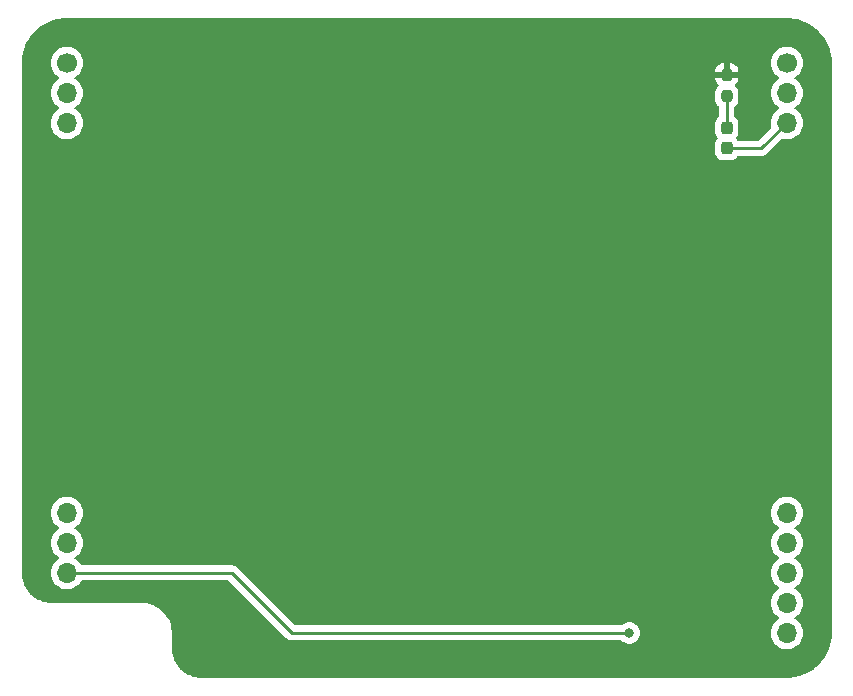
<source format=gbr>
%TF.GenerationSoftware,KiCad,Pcbnew,(7.0.0)*%
%TF.CreationDate,2025-01-20T14:18:13+11:00*%
%TF.ProjectId,shield-v3,73686965-6c64-42d7-9633-2e6b69636164,rev?*%
%TF.SameCoordinates,Original*%
%TF.FileFunction,Copper,L2,Bot*%
%TF.FilePolarity,Positive*%
%FSLAX46Y46*%
G04 Gerber Fmt 4.6, Leading zero omitted, Abs format (unit mm)*
G04 Created by KiCad (PCBNEW (7.0.0)) date 2025-01-20 14:18:13*
%MOMM*%
%LPD*%
G01*
G04 APERTURE LIST*
G04 Aperture macros list*
%AMRoundRect*
0 Rectangle with rounded corners*
0 $1 Rounding radius*
0 $2 $3 $4 $5 $6 $7 $8 $9 X,Y pos of 4 corners*
0 Add a 4 corners polygon primitive as box body*
4,1,4,$2,$3,$4,$5,$6,$7,$8,$9,$2,$3,0*
0 Add four circle primitives for the rounded corners*
1,1,$1+$1,$2,$3*
1,1,$1+$1,$4,$5*
1,1,$1+$1,$6,$7*
1,1,$1+$1,$8,$9*
0 Add four rect primitives between the rounded corners*
20,1,$1+$1,$2,$3,$4,$5,0*
20,1,$1+$1,$4,$5,$6,$7,0*
20,1,$1+$1,$6,$7,$8,$9,0*
20,1,$1+$1,$8,$9,$2,$3,0*%
G04 Aperture macros list end*
%TA.AperFunction,SMDPad,CuDef*%
%ADD10RoundRect,0.237500X-0.237500X0.250000X-0.237500X-0.250000X0.237500X-0.250000X0.237500X0.250000X0*%
%TD*%
%TA.AperFunction,SMDPad,CuDef*%
%ADD11RoundRect,0.237500X-0.237500X0.287500X-0.237500X-0.287500X0.237500X-0.287500X0.237500X0.287500X0*%
%TD*%
%TA.AperFunction,ComponentPad*%
%ADD12C,1.700000*%
%TD*%
%TA.AperFunction,ComponentPad*%
%ADD13O,1.700000X1.700000*%
%TD*%
%TA.AperFunction,ViaPad*%
%ADD14C,0.800000*%
%TD*%
%TA.AperFunction,Conductor*%
%ADD15C,0.250000*%
%TD*%
G04 APERTURE END LIST*
D10*
%TO.P,R18,1*%
%TO.N,GND*%
X106680000Y-65762500D03*
%TO.P,R18,2*%
%TO.N,Net-(D1-K)*%
X106680000Y-67587500D03*
%TD*%
D11*
%TO.P,D1,1,K*%
%TO.N,Net-(D1-K)*%
X106680000Y-70245000D03*
%TO.P,D1,2,A*%
%TO.N,GP2_EN*%
X106680000Y-71995000D03*
%TD*%
D12*
%TO.P,J2,1,Pin_1*%
%TO.N,GND_BASE*%
X111760000Y-64770000D03*
D13*
%TO.P,J2,2,Pin_2*%
%TO.N,N/C*%
X111759999Y-67309999D03*
%TO.P,J2,3,Pin_3*%
%TO.N,GP2_EN*%
X111759999Y-69849999D03*
%TO.P,J2,16,Pin_16*%
%TO.N,GP15*%
X111759999Y-102869999D03*
%TO.P,J2,17,Pin_17*%
%TO.N,unconnected-(J2-Pin_17-Pad17)*%
X111759999Y-105409999D03*
%TO.P,J2,18,Pin_18*%
%TO.N,unconnected-(J2-Pin_18-Pad18)*%
X111759999Y-107949999D03*
%TO.P,J2,19,Pin_19*%
%TO.N,unconnected-(J2-Pin_19-Pad19)*%
X111759999Y-110489999D03*
%TO.P,J2,20,Pin_20*%
%TO.N,unconnected-(J2-Pin_20-Pad20)*%
X111759999Y-113029999D03*
%TD*%
D12*
%TO.P,J3,1,Pin_1*%
%TO.N,unconnected-(J3-Pin_1-Pad1)*%
X50800000Y-64770000D03*
D13*
%TO.P,J3,2,Pin_2*%
%TO.N,unconnected-(J3-Pin_2-Pad2)*%
X50799999Y-67309999D03*
%TO.P,J3,3,Pin_3*%
%TO.N,unconnected-(J3-Pin_3-Pad3)*%
X50799999Y-69849999D03*
%TO.P,J3,16,Pin_16*%
%TO.N,unconnected-(J3-Pin_16-Pad16)*%
X50799999Y-102869999D03*
%TO.P,J3,17,Pin_17*%
%TO.N,unconnected-(J3-Pin_17-Pad17)*%
X50799999Y-105409999D03*
%TO.P,J3,18,Pin_18*%
%TO.N,L2*%
X50799999Y-107949999D03*
%TD*%
D14*
%TO.N,L2*%
X98425000Y-113030000D03*
%TD*%
D15*
%TO.N,L2*%
X69850000Y-113030000D02*
X98425000Y-113030000D01*
X67310000Y-110490000D02*
X69850000Y-113030000D01*
X64770000Y-107950000D02*
X67310000Y-110490000D01*
X50800000Y-107950000D02*
X64770000Y-107950000D01*
%TO.N,Net-(D1-K)*%
X106680000Y-70245000D02*
X106680000Y-67587500D01*
%TO.N,GP2_EN*%
X109615000Y-71995000D02*
X106680000Y-71995000D01*
X111760000Y-69850000D02*
X109615000Y-71995000D01*
%TD*%
%TA.AperFunction,Conductor*%
%TO.N,GND*%
G36*
X111763032Y-60960649D02*
G01*
X111765828Y-60960786D01*
X111912663Y-60967999D01*
X112135097Y-60979658D01*
X112146757Y-60980825D01*
X112322923Y-61006957D01*
X112323840Y-61007098D01*
X112517424Y-61037758D01*
X112528111Y-61039938D01*
X112705944Y-61084483D01*
X112707696Y-61084938D01*
X112891842Y-61134279D01*
X112901513Y-61137301D01*
X113076097Y-61199768D01*
X113078743Y-61200748D01*
X113254560Y-61268238D01*
X113263091Y-61271886D01*
X113431811Y-61351685D01*
X113434954Y-61353228D01*
X113601803Y-61438242D01*
X113609239Y-61442359D01*
X113769823Y-61538610D01*
X113773530Y-61540923D01*
X113930016Y-61642546D01*
X113936337Y-61646937D01*
X114086991Y-61758669D01*
X114091161Y-61761901D01*
X114235861Y-61879077D01*
X114241098Y-61883565D01*
X114380185Y-62009626D01*
X114384593Y-62013823D01*
X114516175Y-62145405D01*
X114520372Y-62149813D01*
X114646433Y-62288900D01*
X114650921Y-62294137D01*
X114768097Y-62438837D01*
X114771329Y-62443007D01*
X114883061Y-62593661D01*
X114887458Y-62599991D01*
X114989057Y-62756439D01*
X114991406Y-62760204D01*
X115087634Y-62920751D01*
X115091761Y-62928205D01*
X115176750Y-63095005D01*
X115178341Y-63098245D01*
X115258097Y-63266873D01*
X115261766Y-63275453D01*
X115329243Y-63451238D01*
X115330230Y-63453901D01*
X115392697Y-63628485D01*
X115395721Y-63638165D01*
X115445033Y-63822198D01*
X115445542Y-63824162D01*
X115490055Y-64001866D01*
X115492244Y-64012598D01*
X115522874Y-64205991D01*
X115523059Y-64207194D01*
X115549170Y-64383220D01*
X115550342Y-64394925D01*
X115561992Y-64617222D01*
X115561889Y-64617227D01*
X115562014Y-64617627D01*
X115569351Y-64766967D01*
X115569500Y-64773052D01*
X115569500Y-113026948D01*
X115569351Y-113033033D01*
X115562017Y-113182303D01*
X115561996Y-113182708D01*
X115550342Y-113405073D01*
X115549170Y-113416778D01*
X115523059Y-113592804D01*
X115522874Y-113594007D01*
X115492244Y-113787400D01*
X115490055Y-113798132D01*
X115445542Y-113975836D01*
X115445033Y-113977800D01*
X115395721Y-114161833D01*
X115392697Y-114171513D01*
X115330230Y-114346097D01*
X115329243Y-114348760D01*
X115261766Y-114524545D01*
X115258097Y-114533125D01*
X115178360Y-114701715D01*
X115176750Y-114704993D01*
X115091761Y-114871793D01*
X115087634Y-114879247D01*
X114991406Y-115039794D01*
X114989043Y-115043581D01*
X114887458Y-115200007D01*
X114883061Y-115206337D01*
X114771329Y-115356991D01*
X114768097Y-115361161D01*
X114650921Y-115505861D01*
X114646433Y-115511098D01*
X114520372Y-115650185D01*
X114516175Y-115654593D01*
X114384593Y-115786175D01*
X114380185Y-115790372D01*
X114241098Y-115916433D01*
X114235861Y-115920921D01*
X114091161Y-116038097D01*
X114086991Y-116041329D01*
X113936337Y-116153061D01*
X113930007Y-116157458D01*
X113773581Y-116259043D01*
X113769794Y-116261406D01*
X113609247Y-116357634D01*
X113601793Y-116361761D01*
X113434993Y-116446750D01*
X113431715Y-116448360D01*
X113263125Y-116528097D01*
X113254545Y-116531766D01*
X113078760Y-116599243D01*
X113076097Y-116600230D01*
X112901513Y-116662697D01*
X112891833Y-116665721D01*
X112707800Y-116715033D01*
X112705836Y-116715542D01*
X112528132Y-116760055D01*
X112517400Y-116762244D01*
X112324007Y-116792874D01*
X112322804Y-116793059D01*
X112146778Y-116819170D01*
X112135073Y-116820342D01*
X111912708Y-116831996D01*
X111912303Y-116832017D01*
X111763033Y-116839351D01*
X111756948Y-116839500D01*
X62233481Y-116839500D01*
X62226528Y-116839305D01*
X62222045Y-116839053D01*
X62114774Y-116833028D01*
X62114242Y-116832997D01*
X61945670Y-116822801D01*
X61932385Y-116821275D01*
X61800446Y-116798857D01*
X61798865Y-116798578D01*
X61653807Y-116771995D01*
X61641831Y-116769180D01*
X61509246Y-116730983D01*
X61506684Y-116730214D01*
X61369866Y-116687580D01*
X61359303Y-116683756D01*
X61230291Y-116630317D01*
X61226873Y-116628841D01*
X61097713Y-116570710D01*
X61088626Y-116566164D01*
X60965667Y-116498207D01*
X60961498Y-116495796D01*
X60841010Y-116422958D01*
X60833406Y-116417971D01*
X60718473Y-116336423D01*
X60713754Y-116332904D01*
X60603246Y-116246326D01*
X60597092Y-116241175D01*
X60491865Y-116147139D01*
X60486811Y-116142360D01*
X60387638Y-116043187D01*
X60382859Y-116038133D01*
X60288823Y-115932906D01*
X60283672Y-115926752D01*
X60232458Y-115861382D01*
X60197078Y-115816223D01*
X60193575Y-115811525D01*
X60112027Y-115696592D01*
X60107040Y-115688988D01*
X60034202Y-115568500D01*
X60031791Y-115564331D01*
X60013272Y-115530824D01*
X59963832Y-115441369D01*
X59959298Y-115432306D01*
X59901130Y-115303063D01*
X59899693Y-115299736D01*
X59846237Y-115170682D01*
X59842423Y-115160146D01*
X59799773Y-115023279D01*
X59799015Y-115020752D01*
X59790545Y-114991351D01*
X59760814Y-114888153D01*
X59758007Y-114876210D01*
X59731397Y-114731007D01*
X59731160Y-114729665D01*
X59708720Y-114597591D01*
X59707199Y-114584353D01*
X59696983Y-114415453D01*
X59690694Y-114303471D01*
X59690500Y-114296521D01*
X59690500Y-112890814D01*
X59690500Y-112887329D01*
X59658552Y-112603780D01*
X59595057Y-112325591D01*
X59500814Y-112056261D01*
X59377009Y-111799176D01*
X59225197Y-111557569D01*
X59047289Y-111334479D01*
X58845521Y-111132711D01*
X58622431Y-110954803D01*
X58619487Y-110952953D01*
X58383769Y-110804841D01*
X58383762Y-110804837D01*
X58380824Y-110802991D01*
X58377689Y-110801481D01*
X58377685Y-110801479D01*
X58126879Y-110680698D01*
X58126876Y-110680697D01*
X58123739Y-110679186D01*
X58120454Y-110678036D01*
X58120448Y-110678034D01*
X57857706Y-110586096D01*
X57857695Y-110586092D01*
X57854409Y-110584943D01*
X57851015Y-110584168D01*
X57851007Y-110584166D01*
X57579619Y-110522223D01*
X57579605Y-110522220D01*
X57576220Y-110521448D01*
X57572753Y-110521057D01*
X57572751Y-110521057D01*
X57296137Y-110489890D01*
X57296127Y-110489889D01*
X57292671Y-110489500D01*
X57289186Y-110489500D01*
X49533481Y-110489500D01*
X49526528Y-110489305D01*
X49522045Y-110489053D01*
X49414774Y-110483028D01*
X49414242Y-110482997D01*
X49245670Y-110472801D01*
X49232385Y-110471275D01*
X49100446Y-110448857D01*
X49098865Y-110448578D01*
X48953807Y-110421995D01*
X48941831Y-110419180D01*
X48809246Y-110380983D01*
X48806684Y-110380214D01*
X48669866Y-110337580D01*
X48659303Y-110333756D01*
X48530291Y-110280317D01*
X48526873Y-110278841D01*
X48397713Y-110220710D01*
X48388626Y-110216164D01*
X48265667Y-110148207D01*
X48261498Y-110145796D01*
X48141010Y-110072958D01*
X48133406Y-110067971D01*
X48018473Y-109986423D01*
X48013754Y-109982904D01*
X47903246Y-109896326D01*
X47897092Y-109891175D01*
X47791865Y-109797139D01*
X47786811Y-109792360D01*
X47687638Y-109693187D01*
X47682859Y-109688133D01*
X47588823Y-109582906D01*
X47583672Y-109576752D01*
X47516383Y-109490864D01*
X47497078Y-109466223D01*
X47493575Y-109461525D01*
X47412027Y-109346592D01*
X47407040Y-109338988D01*
X47335109Y-109220000D01*
X47334198Y-109218494D01*
X47331791Y-109214331D01*
X47313272Y-109180824D01*
X47263832Y-109091369D01*
X47259298Y-109082306D01*
X47201130Y-108953063D01*
X47199693Y-108949736D01*
X47146237Y-108820682D01*
X47142423Y-108810146D01*
X47099773Y-108673279D01*
X47099015Y-108670752D01*
X47094307Y-108654409D01*
X47060814Y-108538153D01*
X47058007Y-108526210D01*
X47031397Y-108381007D01*
X47031160Y-108379665D01*
X47008720Y-108247591D01*
X47007199Y-108234353D01*
X46996983Y-108065453D01*
X46990694Y-107953471D01*
X46990597Y-107950000D01*
X49436844Y-107950000D01*
X49437268Y-107955117D01*
X49455011Y-108169248D01*
X49455012Y-108169256D01*
X49455436Y-108174368D01*
X49456693Y-108179335D01*
X49456695Y-108179342D01*
X49470621Y-108234334D01*
X49510704Y-108392616D01*
X49512764Y-108397312D01*
X49599080Y-108594096D01*
X49599083Y-108594101D01*
X49601140Y-108598791D01*
X49649805Y-108673279D01*
X49721474Y-108782977D01*
X49721477Y-108782981D01*
X49724278Y-108787268D01*
X49727752Y-108791041D01*
X49727753Y-108791043D01*
X49873288Y-108949135D01*
X49873291Y-108949138D01*
X49876760Y-108952906D01*
X49880801Y-108956051D01*
X50050376Y-109088039D01*
X50050381Y-109088042D01*
X50054424Y-109091189D01*
X50058931Y-109093628D01*
X50058934Y-109093630D01*
X50220055Y-109180824D01*
X50252426Y-109198342D01*
X50465365Y-109271444D01*
X50687431Y-109308500D01*
X50907436Y-109308500D01*
X50912569Y-109308500D01*
X51134635Y-109271444D01*
X51347574Y-109198342D01*
X51545576Y-109091189D01*
X51723240Y-108952906D01*
X51875722Y-108787268D01*
X51972145Y-108639679D01*
X52016938Y-108598445D01*
X52075956Y-108583500D01*
X64456234Y-108583500D01*
X64503687Y-108592939D01*
X64543915Y-108619819D01*
X69346294Y-113422198D01*
X69353896Y-113430551D01*
X69358000Y-113437018D01*
X69363690Y-113442361D01*
X69407667Y-113483658D01*
X69410464Y-113486368D01*
X69430230Y-113506134D01*
X69433484Y-113508658D01*
X69442367Y-113516244D01*
X69474679Y-113546586D01*
X69481517Y-113550345D01*
X69492568Y-113556421D01*
X69508830Y-113567103D01*
X69518788Y-113574827D01*
X69518792Y-113574829D01*
X69524959Y-113579613D01*
X69532119Y-113582711D01*
X69532122Y-113582713D01*
X69565614Y-113597206D01*
X69576107Y-113602346D01*
X69614940Y-113623695D01*
X69634718Y-113628773D01*
X69653120Y-113635074D01*
X69664691Y-113640081D01*
X69671855Y-113643181D01*
X69715614Y-113650111D01*
X69727041Y-113652477D01*
X69769970Y-113663500D01*
X69790391Y-113663500D01*
X69809788Y-113665027D01*
X69812454Y-113665449D01*
X69829943Y-113668219D01*
X69874049Y-113664049D01*
X69885718Y-113663500D01*
X97717691Y-113663500D01*
X97768126Y-113674220D01*
X97804021Y-113700299D01*
X97804571Y-113699690D01*
X97809400Y-113704038D01*
X97813747Y-113708866D01*
X97818997Y-113712680D01*
X97819000Y-113712683D01*
X97921839Y-113787400D01*
X97968248Y-113821118D01*
X98142712Y-113898794D01*
X98149070Y-113900145D01*
X98149072Y-113900146D01*
X98185874Y-113907968D01*
X98329513Y-113938500D01*
X98513984Y-113938500D01*
X98520487Y-113938500D01*
X98707288Y-113898794D01*
X98881752Y-113821118D01*
X99036253Y-113708866D01*
X99164040Y-113566944D01*
X99259527Y-113401556D01*
X99318542Y-113219928D01*
X99338504Y-113030000D01*
X110396844Y-113030000D01*
X110397268Y-113035117D01*
X110415011Y-113249248D01*
X110415012Y-113249256D01*
X110415436Y-113254368D01*
X110416693Y-113259335D01*
X110416695Y-113259342D01*
X110461689Y-113437018D01*
X110470704Y-113472616D01*
X110476136Y-113484999D01*
X110559080Y-113674096D01*
X110559083Y-113674101D01*
X110561140Y-113678791D01*
X110574794Y-113699690D01*
X110681474Y-113862977D01*
X110681477Y-113862981D01*
X110684278Y-113867268D01*
X110687752Y-113871041D01*
X110687753Y-113871043D01*
X110833288Y-114029135D01*
X110833291Y-114029138D01*
X110836760Y-114032906D01*
X110840801Y-114036051D01*
X111010376Y-114168039D01*
X111010381Y-114168042D01*
X111014424Y-114171189D01*
X111018931Y-114173628D01*
X111018934Y-114173630D01*
X111207919Y-114275903D01*
X111212426Y-114278342D01*
X111425365Y-114351444D01*
X111647431Y-114388500D01*
X111867436Y-114388500D01*
X111872569Y-114388500D01*
X112094635Y-114351444D01*
X112307574Y-114278342D01*
X112505576Y-114171189D01*
X112683240Y-114032906D01*
X112835722Y-113867268D01*
X112958860Y-113678791D01*
X113049296Y-113472616D01*
X113104564Y-113254368D01*
X113123156Y-113030000D01*
X113104564Y-112805632D01*
X113049296Y-112587384D01*
X112958860Y-112381209D01*
X112835722Y-112192732D01*
X112806700Y-112161206D01*
X112686711Y-112030864D01*
X112686708Y-112030861D01*
X112683240Y-112027094D01*
X112670597Y-112017253D01*
X112509623Y-111891960D01*
X112509615Y-111891955D01*
X112505576Y-111888811D01*
X112501066Y-111886370D01*
X112501061Y-111886367D01*
X112469070Y-111869055D01*
X112421564Y-111823474D01*
X112404086Y-111760000D01*
X112421564Y-111696526D01*
X112469070Y-111650945D01*
X112469109Y-111650923D01*
X112505576Y-111631189D01*
X112683240Y-111492906D01*
X112835722Y-111327268D01*
X112958860Y-111138791D01*
X113049296Y-110932616D01*
X113104564Y-110714368D01*
X113123156Y-110490000D01*
X113104564Y-110265632D01*
X113049296Y-110047384D01*
X112958860Y-109841209D01*
X112835722Y-109652732D01*
X112683240Y-109487094D01*
X112600162Y-109422431D01*
X112509623Y-109351960D01*
X112509615Y-109351955D01*
X112505576Y-109348811D01*
X112501066Y-109346370D01*
X112501061Y-109346367D01*
X112469070Y-109329055D01*
X112421564Y-109283474D01*
X112404086Y-109220000D01*
X112421564Y-109156526D01*
X112469070Y-109110945D01*
X112469109Y-109110923D01*
X112505576Y-109091189D01*
X112683240Y-108952906D01*
X112835722Y-108787268D01*
X112958860Y-108598791D01*
X113049296Y-108392616D01*
X113104564Y-108174368D01*
X113123156Y-107950000D01*
X113104564Y-107725632D01*
X113049296Y-107507384D01*
X112958860Y-107301209D01*
X112835722Y-107112732D01*
X112683240Y-106947094D01*
X112670597Y-106937253D01*
X112509623Y-106811960D01*
X112509615Y-106811955D01*
X112505576Y-106808811D01*
X112501069Y-106806372D01*
X112501060Y-106806366D01*
X112469068Y-106789053D01*
X112421562Y-106743471D01*
X112404086Y-106679996D01*
X112421565Y-106616522D01*
X112469067Y-106570946D01*
X112505576Y-106551189D01*
X112683240Y-106412906D01*
X112835722Y-106247268D01*
X112958860Y-106058791D01*
X113049296Y-105852616D01*
X113104564Y-105634368D01*
X113123156Y-105410000D01*
X113104564Y-105185632D01*
X113049296Y-104967384D01*
X112958860Y-104761209D01*
X112835722Y-104572732D01*
X112683240Y-104407094D01*
X112670597Y-104397253D01*
X112509623Y-104271960D01*
X112509615Y-104271955D01*
X112505576Y-104268811D01*
X112501064Y-104266369D01*
X112501061Y-104266367D01*
X112469070Y-104249055D01*
X112421564Y-104203474D01*
X112404086Y-104140000D01*
X112421564Y-104076526D01*
X112469070Y-104030945D01*
X112469109Y-104030923D01*
X112505576Y-104011189D01*
X112683240Y-103872906D01*
X112835722Y-103707268D01*
X112958860Y-103518791D01*
X113049296Y-103312616D01*
X113104564Y-103094368D01*
X113123156Y-102870000D01*
X113104564Y-102645632D01*
X113049296Y-102427384D01*
X112958860Y-102221209D01*
X112835722Y-102032732D01*
X112683240Y-101867094D01*
X112670597Y-101857253D01*
X112509623Y-101731960D01*
X112509615Y-101731955D01*
X112505576Y-101728811D01*
X112501071Y-101726373D01*
X112501065Y-101726369D01*
X112312080Y-101624096D01*
X112312074Y-101624093D01*
X112307574Y-101621658D01*
X112302733Y-101619996D01*
X112302726Y-101619993D01*
X112099488Y-101550222D01*
X112099487Y-101550221D01*
X112094635Y-101548556D01*
X112089585Y-101547713D01*
X112089576Y-101547711D01*
X111877631Y-101512344D01*
X111877622Y-101512343D01*
X111872569Y-101511500D01*
X111647431Y-101511500D01*
X111642378Y-101512343D01*
X111642368Y-101512344D01*
X111430423Y-101547711D01*
X111430411Y-101547713D01*
X111425365Y-101548556D01*
X111420515Y-101550220D01*
X111420511Y-101550222D01*
X111217273Y-101619993D01*
X111217262Y-101619997D01*
X111212426Y-101621658D01*
X111207929Y-101624091D01*
X111207919Y-101624096D01*
X111018934Y-101726369D01*
X111018922Y-101726376D01*
X111014424Y-101728811D01*
X111010389Y-101731951D01*
X111010376Y-101731960D01*
X110840801Y-101863948D01*
X110840795Y-101863952D01*
X110836760Y-101867094D01*
X110833297Y-101870855D01*
X110833288Y-101870864D01*
X110687753Y-102028956D01*
X110687747Y-102028963D01*
X110684278Y-102032732D01*
X110681481Y-102037012D01*
X110681474Y-102037022D01*
X110563942Y-102216920D01*
X110561140Y-102221209D01*
X110559085Y-102225892D01*
X110559080Y-102225903D01*
X110472764Y-102422687D01*
X110470704Y-102427384D01*
X110469446Y-102432349D01*
X110469445Y-102432354D01*
X110416695Y-102640657D01*
X110416693Y-102640666D01*
X110415436Y-102645632D01*
X110415012Y-102650741D01*
X110415011Y-102650751D01*
X110397268Y-102864883D01*
X110396844Y-102870000D01*
X110397268Y-102875117D01*
X110415011Y-103089248D01*
X110415012Y-103089256D01*
X110415436Y-103094368D01*
X110416693Y-103099335D01*
X110416695Y-103099342D01*
X110469445Y-103307645D01*
X110470704Y-103312616D01*
X110472764Y-103317312D01*
X110559080Y-103514096D01*
X110559083Y-103514101D01*
X110561140Y-103518791D01*
X110620505Y-103609656D01*
X110681474Y-103702977D01*
X110681477Y-103702981D01*
X110684278Y-103707268D01*
X110687752Y-103711041D01*
X110687753Y-103711043D01*
X110833288Y-103869135D01*
X110833291Y-103869138D01*
X110836760Y-103872906D01*
X110840801Y-103876051D01*
X111010376Y-104008039D01*
X111010381Y-104008042D01*
X111014424Y-104011189D01*
X111018931Y-104013628D01*
X111018934Y-104013630D01*
X111050930Y-104030945D01*
X111098436Y-104076526D01*
X111115913Y-104140000D01*
X111098436Y-104203474D01*
X111050930Y-104249055D01*
X111018934Y-104266369D01*
X111018922Y-104266376D01*
X111014424Y-104268811D01*
X111010389Y-104271951D01*
X111010376Y-104271960D01*
X110840801Y-104403948D01*
X110840795Y-104403952D01*
X110836760Y-104407094D01*
X110833297Y-104410855D01*
X110833288Y-104410864D01*
X110687753Y-104568956D01*
X110687747Y-104568963D01*
X110684278Y-104572732D01*
X110681481Y-104577012D01*
X110681474Y-104577022D01*
X110563942Y-104756920D01*
X110561140Y-104761209D01*
X110559085Y-104765892D01*
X110559080Y-104765903D01*
X110472764Y-104962687D01*
X110470704Y-104967384D01*
X110469446Y-104972349D01*
X110469445Y-104972354D01*
X110416695Y-105180657D01*
X110416693Y-105180666D01*
X110415436Y-105185632D01*
X110415012Y-105190741D01*
X110415011Y-105190751D01*
X110397268Y-105404883D01*
X110396844Y-105410000D01*
X110397268Y-105415117D01*
X110415011Y-105629248D01*
X110415012Y-105629256D01*
X110415436Y-105634368D01*
X110416693Y-105639335D01*
X110416695Y-105639342D01*
X110469445Y-105847645D01*
X110470704Y-105852616D01*
X110472764Y-105857312D01*
X110559080Y-106054096D01*
X110559083Y-106054101D01*
X110561140Y-106058791D01*
X110620505Y-106149656D01*
X110681474Y-106242977D01*
X110681477Y-106242981D01*
X110684278Y-106247268D01*
X110687752Y-106251041D01*
X110687753Y-106251043D01*
X110833288Y-106409135D01*
X110833291Y-106409138D01*
X110836760Y-106412906D01*
X110840801Y-106416051D01*
X111010376Y-106548039D01*
X111010381Y-106548042D01*
X111014424Y-106551189D01*
X111050930Y-106570945D01*
X111098434Y-106616523D01*
X111115913Y-106679996D01*
X111098437Y-106743471D01*
X111050933Y-106789053D01*
X111018930Y-106806372D01*
X111018925Y-106806374D01*
X111014424Y-106808811D01*
X111010389Y-106811951D01*
X111010376Y-106811960D01*
X110840801Y-106943948D01*
X110840795Y-106943952D01*
X110836760Y-106947094D01*
X110833297Y-106950855D01*
X110833288Y-106950864D01*
X110687753Y-107108956D01*
X110687747Y-107108963D01*
X110684278Y-107112732D01*
X110681481Y-107117012D01*
X110681474Y-107117022D01*
X110587853Y-107260321D01*
X110561140Y-107301209D01*
X110559085Y-107305892D01*
X110559080Y-107305903D01*
X110484197Y-107476622D01*
X110470704Y-107507384D01*
X110469446Y-107512349D01*
X110469445Y-107512354D01*
X110416695Y-107720657D01*
X110416693Y-107720666D01*
X110415436Y-107725632D01*
X110415012Y-107730741D01*
X110415011Y-107730751D01*
X110397268Y-107944883D01*
X110396844Y-107950000D01*
X110397268Y-107955117D01*
X110415011Y-108169248D01*
X110415012Y-108169256D01*
X110415436Y-108174368D01*
X110416693Y-108179335D01*
X110416695Y-108179342D01*
X110430621Y-108234334D01*
X110470704Y-108392616D01*
X110472764Y-108397312D01*
X110559080Y-108594096D01*
X110559083Y-108594101D01*
X110561140Y-108598791D01*
X110609805Y-108673279D01*
X110681474Y-108782977D01*
X110681477Y-108782981D01*
X110684278Y-108787268D01*
X110687752Y-108791041D01*
X110687753Y-108791043D01*
X110833288Y-108949135D01*
X110833291Y-108949138D01*
X110836760Y-108952906D01*
X110840801Y-108956051D01*
X111010376Y-109088039D01*
X111010381Y-109088042D01*
X111014424Y-109091189D01*
X111050930Y-109110945D01*
X111098434Y-109156523D01*
X111115913Y-109219996D01*
X111098437Y-109283471D01*
X111050933Y-109329053D01*
X111018930Y-109346372D01*
X111018925Y-109346374D01*
X111014424Y-109348811D01*
X111010389Y-109351951D01*
X111010376Y-109351960D01*
X110840801Y-109483948D01*
X110840795Y-109483952D01*
X110836760Y-109487094D01*
X110833297Y-109490855D01*
X110833288Y-109490864D01*
X110687753Y-109648956D01*
X110687747Y-109648963D01*
X110684278Y-109652732D01*
X110681481Y-109657012D01*
X110681474Y-109657022D01*
X110589932Y-109797139D01*
X110561140Y-109841209D01*
X110559085Y-109845892D01*
X110559080Y-109845903D01*
X110480436Y-110025197D01*
X110470704Y-110047384D01*
X110469446Y-110052349D01*
X110469445Y-110052354D01*
X110416695Y-110260657D01*
X110416693Y-110260666D01*
X110415436Y-110265632D01*
X110415012Y-110270741D01*
X110415011Y-110270751D01*
X110404711Y-110395057D01*
X110396844Y-110490000D01*
X110397268Y-110495117D01*
X110415011Y-110709248D01*
X110415012Y-110709256D01*
X110415436Y-110714368D01*
X110416693Y-110719335D01*
X110416695Y-110719342D01*
X110469445Y-110927645D01*
X110470704Y-110932616D01*
X110472764Y-110937312D01*
X110559080Y-111134096D01*
X110559083Y-111134101D01*
X110561140Y-111138791D01*
X110620505Y-111229656D01*
X110681474Y-111322977D01*
X110681477Y-111322981D01*
X110684278Y-111327268D01*
X110687752Y-111331041D01*
X110687753Y-111331043D01*
X110833288Y-111489135D01*
X110833291Y-111489138D01*
X110836760Y-111492906D01*
X110840801Y-111496051D01*
X111010376Y-111628039D01*
X111010381Y-111628042D01*
X111014424Y-111631189D01*
X111050930Y-111650945D01*
X111098434Y-111696523D01*
X111115913Y-111759996D01*
X111098437Y-111823471D01*
X111050933Y-111869053D01*
X111018930Y-111886372D01*
X111018925Y-111886374D01*
X111014424Y-111888811D01*
X111010389Y-111891951D01*
X111010376Y-111891960D01*
X110840801Y-112023948D01*
X110840795Y-112023952D01*
X110836760Y-112027094D01*
X110833297Y-112030855D01*
X110833288Y-112030864D01*
X110687753Y-112188956D01*
X110687747Y-112188963D01*
X110684278Y-112192732D01*
X110681481Y-112197012D01*
X110681474Y-112197022D01*
X110574878Y-112360181D01*
X110561140Y-112381209D01*
X110559085Y-112385892D01*
X110559080Y-112385903D01*
X110472764Y-112582687D01*
X110470704Y-112587384D01*
X110469446Y-112592349D01*
X110469445Y-112592354D01*
X110416695Y-112800657D01*
X110416693Y-112800666D01*
X110415436Y-112805632D01*
X110415012Y-112810741D01*
X110415011Y-112810751D01*
X110408666Y-112887329D01*
X110396844Y-113030000D01*
X99338504Y-113030000D01*
X99318542Y-112840072D01*
X99259527Y-112658444D01*
X99164040Y-112493056D01*
X99036253Y-112351134D01*
X99031003Y-112347319D01*
X99030999Y-112347316D01*
X98887006Y-112242699D01*
X98887004Y-112242697D01*
X98881752Y-112238882D01*
X98875821Y-112236241D01*
X98875817Y-112236239D01*
X98713226Y-112163849D01*
X98713219Y-112163846D01*
X98707288Y-112161206D01*
X98700935Y-112159855D01*
X98700927Y-112159853D01*
X98526849Y-112122852D01*
X98526846Y-112122851D01*
X98520487Y-112121500D01*
X98329513Y-112121500D01*
X98323154Y-112122851D01*
X98323150Y-112122852D01*
X98149072Y-112159853D01*
X98149061Y-112159856D01*
X98142712Y-112161206D01*
X98136782Y-112163845D01*
X98136773Y-112163849D01*
X97974182Y-112236239D01*
X97974174Y-112236243D01*
X97968248Y-112238882D01*
X97962999Y-112242695D01*
X97962993Y-112242699D01*
X97819000Y-112347316D01*
X97818991Y-112347323D01*
X97813747Y-112351134D01*
X97809402Y-112355958D01*
X97804571Y-112360310D01*
X97804021Y-112359700D01*
X97768126Y-112385780D01*
X97717691Y-112396500D01*
X70163767Y-112396500D01*
X70116314Y-112387061D01*
X70076086Y-112360181D01*
X65273695Y-107557790D01*
X65266103Y-107549448D01*
X65262000Y-107542982D01*
X65212316Y-107496326D01*
X65209550Y-107493645D01*
X65192527Y-107476622D01*
X65189770Y-107473865D01*
X65186486Y-107471317D01*
X65177624Y-107463746D01*
X65151009Y-107438754D01*
X65151003Y-107438749D01*
X65145321Y-107433414D01*
X65138488Y-107429658D01*
X65138482Y-107429653D01*
X65127429Y-107423576D01*
X65111174Y-107412899D01*
X65101209Y-107405170D01*
X65101206Y-107405168D01*
X65095041Y-107400386D01*
X65054376Y-107382789D01*
X65043884Y-107377649D01*
X65011896Y-107360063D01*
X65011894Y-107360062D01*
X65005060Y-107356305D01*
X64985284Y-107351227D01*
X64966881Y-107344926D01*
X64955309Y-107339918D01*
X64955301Y-107339915D01*
X64948145Y-107336819D01*
X64940440Y-107335598D01*
X64940438Y-107335598D01*
X64904381Y-107329887D01*
X64892955Y-107327521D01*
X64850030Y-107316500D01*
X64842228Y-107316500D01*
X64829615Y-107316500D01*
X64810217Y-107314973D01*
X64797766Y-107313001D01*
X64790057Y-107311780D01*
X64782291Y-107312514D01*
X64782288Y-107312514D01*
X64745942Y-107315950D01*
X64734273Y-107316500D01*
X52075956Y-107316500D01*
X52016938Y-107301555D01*
X51972147Y-107260321D01*
X51878529Y-107117027D01*
X51878523Y-107117019D01*
X51875722Y-107112732D01*
X51723240Y-106947094D01*
X51710597Y-106937253D01*
X51549623Y-106811960D01*
X51549615Y-106811955D01*
X51545576Y-106808811D01*
X51541064Y-106806369D01*
X51541061Y-106806367D01*
X51509070Y-106789055D01*
X51461564Y-106743474D01*
X51444086Y-106680000D01*
X51461564Y-106616526D01*
X51509070Y-106570945D01*
X51509109Y-106570923D01*
X51545576Y-106551189D01*
X51723240Y-106412906D01*
X51875722Y-106247268D01*
X51998860Y-106058791D01*
X52089296Y-105852616D01*
X52144564Y-105634368D01*
X52163156Y-105410000D01*
X52144564Y-105185632D01*
X52089296Y-104967384D01*
X51998860Y-104761209D01*
X51875722Y-104572732D01*
X51723240Y-104407094D01*
X51710597Y-104397253D01*
X51549623Y-104271960D01*
X51549615Y-104271955D01*
X51545576Y-104268811D01*
X51541064Y-104266369D01*
X51541061Y-104266367D01*
X51509070Y-104249055D01*
X51461564Y-104203474D01*
X51444086Y-104140000D01*
X51461564Y-104076526D01*
X51509070Y-104030945D01*
X51509109Y-104030923D01*
X51545576Y-104011189D01*
X51723240Y-103872906D01*
X51875722Y-103707268D01*
X51998860Y-103518791D01*
X52089296Y-103312616D01*
X52144564Y-103094368D01*
X52163156Y-102870000D01*
X52144564Y-102645632D01*
X52089296Y-102427384D01*
X51998860Y-102221209D01*
X51875722Y-102032732D01*
X51723240Y-101867094D01*
X51710597Y-101857253D01*
X51549623Y-101731960D01*
X51549615Y-101731955D01*
X51545576Y-101728811D01*
X51541071Y-101726373D01*
X51541065Y-101726369D01*
X51352080Y-101624096D01*
X51352074Y-101624093D01*
X51347574Y-101621658D01*
X51342733Y-101619996D01*
X51342726Y-101619993D01*
X51139488Y-101550222D01*
X51139487Y-101550221D01*
X51134635Y-101548556D01*
X51129585Y-101547713D01*
X51129576Y-101547711D01*
X50917631Y-101512344D01*
X50917622Y-101512343D01*
X50912569Y-101511500D01*
X50687431Y-101511500D01*
X50682378Y-101512343D01*
X50682368Y-101512344D01*
X50470423Y-101547711D01*
X50470411Y-101547713D01*
X50465365Y-101548556D01*
X50460515Y-101550220D01*
X50460511Y-101550222D01*
X50257273Y-101619993D01*
X50257262Y-101619997D01*
X50252426Y-101621658D01*
X50247929Y-101624091D01*
X50247919Y-101624096D01*
X50058934Y-101726369D01*
X50058922Y-101726376D01*
X50054424Y-101728811D01*
X50050389Y-101731951D01*
X50050376Y-101731960D01*
X49880801Y-101863948D01*
X49880795Y-101863952D01*
X49876760Y-101867094D01*
X49873297Y-101870855D01*
X49873288Y-101870864D01*
X49727753Y-102028956D01*
X49727747Y-102028963D01*
X49724278Y-102032732D01*
X49721481Y-102037012D01*
X49721474Y-102037022D01*
X49603942Y-102216920D01*
X49601140Y-102221209D01*
X49599085Y-102225892D01*
X49599080Y-102225903D01*
X49512764Y-102422687D01*
X49510704Y-102427384D01*
X49509446Y-102432349D01*
X49509445Y-102432354D01*
X49456695Y-102640657D01*
X49456693Y-102640666D01*
X49455436Y-102645632D01*
X49455012Y-102650741D01*
X49455011Y-102650751D01*
X49437268Y-102864883D01*
X49436844Y-102870000D01*
X49437268Y-102875117D01*
X49455011Y-103089248D01*
X49455012Y-103089256D01*
X49455436Y-103094368D01*
X49456693Y-103099335D01*
X49456695Y-103099342D01*
X49509445Y-103307645D01*
X49510704Y-103312616D01*
X49512764Y-103317312D01*
X49599080Y-103514096D01*
X49599083Y-103514101D01*
X49601140Y-103518791D01*
X49660505Y-103609656D01*
X49721474Y-103702977D01*
X49721477Y-103702981D01*
X49724278Y-103707268D01*
X49727752Y-103711041D01*
X49727753Y-103711043D01*
X49873288Y-103869135D01*
X49873291Y-103869138D01*
X49876760Y-103872906D01*
X49880801Y-103876051D01*
X50050376Y-104008039D01*
X50050381Y-104008042D01*
X50054424Y-104011189D01*
X50058931Y-104013628D01*
X50058934Y-104013630D01*
X50090930Y-104030945D01*
X50138436Y-104076526D01*
X50155913Y-104140000D01*
X50138436Y-104203474D01*
X50090930Y-104249055D01*
X50058934Y-104266369D01*
X50058922Y-104266376D01*
X50054424Y-104268811D01*
X50050389Y-104271951D01*
X50050376Y-104271960D01*
X49880801Y-104403948D01*
X49880795Y-104403952D01*
X49876760Y-104407094D01*
X49873297Y-104410855D01*
X49873288Y-104410864D01*
X49727753Y-104568956D01*
X49727747Y-104568963D01*
X49724278Y-104572732D01*
X49721481Y-104577012D01*
X49721474Y-104577022D01*
X49603942Y-104756920D01*
X49601140Y-104761209D01*
X49599085Y-104765892D01*
X49599080Y-104765903D01*
X49512764Y-104962687D01*
X49510704Y-104967384D01*
X49509446Y-104972349D01*
X49509445Y-104972354D01*
X49456695Y-105180657D01*
X49456693Y-105180666D01*
X49455436Y-105185632D01*
X49455012Y-105190741D01*
X49455011Y-105190751D01*
X49437268Y-105404883D01*
X49436844Y-105410000D01*
X49437268Y-105415117D01*
X49455011Y-105629248D01*
X49455012Y-105629256D01*
X49455436Y-105634368D01*
X49456693Y-105639335D01*
X49456695Y-105639342D01*
X49509445Y-105847645D01*
X49510704Y-105852616D01*
X49512764Y-105857312D01*
X49599080Y-106054096D01*
X49599083Y-106054101D01*
X49601140Y-106058791D01*
X49660505Y-106149656D01*
X49721474Y-106242977D01*
X49721477Y-106242981D01*
X49724278Y-106247268D01*
X49727752Y-106251041D01*
X49727753Y-106251043D01*
X49873288Y-106409135D01*
X49873291Y-106409138D01*
X49876760Y-106412906D01*
X49880801Y-106416051D01*
X50050376Y-106548039D01*
X50050381Y-106548042D01*
X50054424Y-106551189D01*
X50058931Y-106553628D01*
X50058934Y-106553630D01*
X50090930Y-106570945D01*
X50138436Y-106616526D01*
X50155913Y-106680000D01*
X50138436Y-106743474D01*
X50090930Y-106789055D01*
X50058934Y-106806369D01*
X50058922Y-106806376D01*
X50054424Y-106808811D01*
X50050389Y-106811951D01*
X50050376Y-106811960D01*
X49880801Y-106943948D01*
X49880795Y-106943952D01*
X49876760Y-106947094D01*
X49873297Y-106950855D01*
X49873288Y-106950864D01*
X49727753Y-107108956D01*
X49727747Y-107108963D01*
X49724278Y-107112732D01*
X49721481Y-107117012D01*
X49721474Y-107117022D01*
X49627853Y-107260321D01*
X49601140Y-107301209D01*
X49599085Y-107305892D01*
X49599080Y-107305903D01*
X49524197Y-107476622D01*
X49510704Y-107507384D01*
X49509446Y-107512349D01*
X49509445Y-107512354D01*
X49456695Y-107720657D01*
X49456693Y-107720666D01*
X49455436Y-107725632D01*
X49455012Y-107730741D01*
X49455011Y-107730751D01*
X49437268Y-107944883D01*
X49436844Y-107950000D01*
X46990597Y-107950000D01*
X46990500Y-107946521D01*
X46990500Y-72329082D01*
X105696500Y-72329082D01*
X105696501Y-72332212D01*
X105696819Y-72335325D01*
X105696820Y-72335344D01*
X105706249Y-72427641D01*
X105706938Y-72434381D01*
X105709069Y-72440812D01*
X105755527Y-72581018D01*
X105761791Y-72599920D01*
X105779457Y-72628561D01*
X105815751Y-72687403D01*
X105853342Y-72748346D01*
X105976654Y-72871658D01*
X106125080Y-72963209D01*
X106290619Y-73018062D01*
X106392787Y-73028500D01*
X106967212Y-73028499D01*
X107069381Y-73018062D01*
X107234920Y-72963209D01*
X107383346Y-72871658D01*
X107506658Y-72748346D01*
X107544248Y-72687403D01*
X107589356Y-72644222D01*
X107649787Y-72628500D01*
X109536154Y-72628500D01*
X109547437Y-72629031D01*
X109554909Y-72630702D01*
X109623017Y-72628560D01*
X109626913Y-72628500D01*
X109650958Y-72628500D01*
X109654856Y-72628500D01*
X109658724Y-72628011D01*
X109658947Y-72627983D01*
X109670608Y-72627064D01*
X109714889Y-72625673D01*
X109734490Y-72619977D01*
X109753541Y-72616032D01*
X109773797Y-72613474D01*
X109808029Y-72599920D01*
X109814993Y-72597163D01*
X109826043Y-72593379D01*
X109868593Y-72581018D01*
X109886165Y-72570625D01*
X109903632Y-72562068D01*
X109922617Y-72554552D01*
X109958475Y-72528498D01*
X109968223Y-72522096D01*
X110006362Y-72499542D01*
X110020793Y-72485110D01*
X110035588Y-72472472D01*
X110052107Y-72460472D01*
X110080360Y-72426318D01*
X110088203Y-72417699D01*
X111303358Y-71202545D01*
X111358121Y-71170677D01*
X111421233Y-71170025D01*
X111425365Y-71171444D01*
X111647431Y-71208500D01*
X111867436Y-71208500D01*
X111872569Y-71208500D01*
X112094635Y-71171444D01*
X112307574Y-71098342D01*
X112505576Y-70991189D01*
X112683240Y-70852906D01*
X112835722Y-70687268D01*
X112958860Y-70498791D01*
X113049296Y-70292616D01*
X113104564Y-70074368D01*
X113123156Y-69850000D01*
X113104564Y-69625632D01*
X113049296Y-69407384D01*
X112958860Y-69201209D01*
X112835722Y-69012732D01*
X112683240Y-68847094D01*
X112670597Y-68837253D01*
X112509623Y-68711960D01*
X112509615Y-68711955D01*
X112505576Y-68708811D01*
X112501064Y-68706369D01*
X112501061Y-68706367D01*
X112469070Y-68689055D01*
X112421564Y-68643474D01*
X112404086Y-68580000D01*
X112421564Y-68516526D01*
X112469070Y-68470945D01*
X112471297Y-68469740D01*
X112505576Y-68451189D01*
X112683240Y-68312906D01*
X112835722Y-68147268D01*
X112958860Y-67958791D01*
X113049296Y-67752616D01*
X113104564Y-67534368D01*
X113123156Y-67310000D01*
X113104564Y-67085632D01*
X113049296Y-66867384D01*
X112958860Y-66661209D01*
X112861318Y-66511909D01*
X112838525Y-66477022D01*
X112838523Y-66477020D01*
X112835722Y-66472732D01*
X112706584Y-66332452D01*
X112686711Y-66310864D01*
X112686708Y-66310861D01*
X112683240Y-66307094D01*
X112670597Y-66297253D01*
X112509623Y-66171960D01*
X112509615Y-66171955D01*
X112505576Y-66168811D01*
X112501069Y-66166372D01*
X112501060Y-66166366D01*
X112469068Y-66149053D01*
X112421562Y-66103471D01*
X112404086Y-66039996D01*
X112421565Y-65976522D01*
X112469067Y-65930946D01*
X112505576Y-65911189D01*
X112683240Y-65772906D01*
X112835722Y-65607268D01*
X112958860Y-65418791D01*
X113049296Y-65212616D01*
X113104564Y-64994368D01*
X113123156Y-64770000D01*
X113104564Y-64545632D01*
X113049296Y-64327384D01*
X112958860Y-64121209D01*
X112835722Y-63932732D01*
X112832246Y-63928956D01*
X112686711Y-63770864D01*
X112686708Y-63770861D01*
X112683240Y-63767094D01*
X112670597Y-63757253D01*
X112509623Y-63631960D01*
X112509615Y-63631955D01*
X112505576Y-63628811D01*
X112501071Y-63626373D01*
X112501065Y-63626369D01*
X112312080Y-63524096D01*
X112312074Y-63524093D01*
X112307574Y-63521658D01*
X112302733Y-63519996D01*
X112302726Y-63519993D01*
X112099488Y-63450222D01*
X112099487Y-63450221D01*
X112094635Y-63448556D01*
X112089585Y-63447713D01*
X112089576Y-63447711D01*
X111877631Y-63412344D01*
X111877622Y-63412343D01*
X111872569Y-63411500D01*
X111647431Y-63411500D01*
X111642378Y-63412343D01*
X111642368Y-63412344D01*
X111430423Y-63447711D01*
X111430411Y-63447713D01*
X111425365Y-63448556D01*
X111420515Y-63450220D01*
X111420511Y-63450222D01*
X111217273Y-63519993D01*
X111217262Y-63519997D01*
X111212426Y-63521658D01*
X111207929Y-63524091D01*
X111207919Y-63524096D01*
X111018934Y-63626369D01*
X111018922Y-63626376D01*
X111014424Y-63628811D01*
X111010389Y-63631951D01*
X111010376Y-63631960D01*
X110840801Y-63763948D01*
X110840795Y-63763952D01*
X110836760Y-63767094D01*
X110833297Y-63770855D01*
X110833288Y-63770864D01*
X110687753Y-63928956D01*
X110687747Y-63928963D01*
X110684278Y-63932732D01*
X110681481Y-63937012D01*
X110681474Y-63937022D01*
X110622818Y-64026803D01*
X110561140Y-64121209D01*
X110559085Y-64125892D01*
X110559080Y-64125903D01*
X110522101Y-64210209D01*
X110470704Y-64327384D01*
X110469446Y-64332349D01*
X110469445Y-64332354D01*
X110416695Y-64540657D01*
X110416693Y-64540666D01*
X110415436Y-64545632D01*
X110415012Y-64550741D01*
X110415011Y-64550751D01*
X110397268Y-64764883D01*
X110396844Y-64770000D01*
X110397268Y-64775117D01*
X110415011Y-64989248D01*
X110415012Y-64989256D01*
X110415436Y-64994368D01*
X110416693Y-64999335D01*
X110416695Y-64999342D01*
X110431578Y-65058113D01*
X110470704Y-65212616D01*
X110472764Y-65217312D01*
X110559080Y-65414096D01*
X110559083Y-65414101D01*
X110561140Y-65418791D01*
X110588207Y-65460220D01*
X110681474Y-65602977D01*
X110681477Y-65602981D01*
X110684278Y-65607268D01*
X110687752Y-65611041D01*
X110687753Y-65611043D01*
X110833288Y-65769135D01*
X110833291Y-65769138D01*
X110836760Y-65772906D01*
X110840801Y-65776051D01*
X111010376Y-65908039D01*
X111010381Y-65908042D01*
X111014424Y-65911189D01*
X111050930Y-65930945D01*
X111098434Y-65976523D01*
X111115913Y-66039996D01*
X111098437Y-66103471D01*
X111050933Y-66149053D01*
X111018930Y-66166372D01*
X111018925Y-66166374D01*
X111014424Y-66168811D01*
X111010389Y-66171951D01*
X111010376Y-66171960D01*
X110840801Y-66303948D01*
X110840795Y-66303952D01*
X110836760Y-66307094D01*
X110833297Y-66310855D01*
X110833288Y-66310864D01*
X110687753Y-66468956D01*
X110687747Y-66468963D01*
X110684278Y-66472732D01*
X110681481Y-66477012D01*
X110681474Y-66477022D01*
X110577025Y-66636895D01*
X110561140Y-66661209D01*
X110559085Y-66665892D01*
X110559080Y-66665903D01*
X110522920Y-66748342D01*
X110470704Y-66867384D01*
X110469446Y-66872349D01*
X110469445Y-66872354D01*
X110416695Y-67080657D01*
X110416693Y-67080666D01*
X110415436Y-67085632D01*
X110415012Y-67090741D01*
X110415011Y-67090751D01*
X110398424Y-67290934D01*
X110396844Y-67310000D01*
X110397268Y-67315117D01*
X110415011Y-67529248D01*
X110415012Y-67529256D01*
X110415436Y-67534368D01*
X110416693Y-67539335D01*
X110416695Y-67539342D01*
X110469445Y-67747645D01*
X110470704Y-67752616D01*
X110472764Y-67757312D01*
X110559080Y-67954096D01*
X110559083Y-67954101D01*
X110561140Y-67958791D01*
X110585327Y-67995812D01*
X110681474Y-68142977D01*
X110681477Y-68142981D01*
X110684278Y-68147268D01*
X110687752Y-68151041D01*
X110687753Y-68151043D01*
X110833288Y-68309135D01*
X110833291Y-68309138D01*
X110836760Y-68312906D01*
X110840801Y-68316051D01*
X111010376Y-68448039D01*
X111010381Y-68448042D01*
X111014424Y-68451189D01*
X111018931Y-68453628D01*
X111018934Y-68453630D01*
X111050930Y-68470945D01*
X111098436Y-68516526D01*
X111115913Y-68580000D01*
X111098436Y-68643474D01*
X111050930Y-68689055D01*
X111018934Y-68706369D01*
X111018922Y-68706376D01*
X111014424Y-68708811D01*
X111010389Y-68711951D01*
X111010376Y-68711960D01*
X110840801Y-68843948D01*
X110840795Y-68843952D01*
X110836760Y-68847094D01*
X110833297Y-68850855D01*
X110833288Y-68850864D01*
X110687753Y-69008956D01*
X110687747Y-69008963D01*
X110684278Y-69012732D01*
X110681481Y-69017012D01*
X110681474Y-69017022D01*
X110563942Y-69196920D01*
X110561140Y-69201209D01*
X110559085Y-69205892D01*
X110559080Y-69205903D01*
X110472764Y-69402687D01*
X110470704Y-69407384D01*
X110469446Y-69412349D01*
X110469445Y-69412354D01*
X110416695Y-69620657D01*
X110416693Y-69620666D01*
X110415436Y-69625632D01*
X110415012Y-69630741D01*
X110415011Y-69630751D01*
X110399964Y-69812350D01*
X110396844Y-69850000D01*
X110397268Y-69855117D01*
X110415011Y-70069248D01*
X110415012Y-70069256D01*
X110415436Y-70074368D01*
X110416693Y-70079335D01*
X110416695Y-70079342D01*
X110443461Y-70185037D01*
X110442806Y-70248395D01*
X110410936Y-70303158D01*
X109388914Y-71325181D01*
X109348686Y-71352061D01*
X109301233Y-71361500D01*
X107649787Y-71361500D01*
X107589356Y-71345778D01*
X107544249Y-71302597D01*
X107510451Y-71247803D01*
X107510450Y-71247801D01*
X107506658Y-71241654D01*
X107472685Y-71207681D01*
X107440591Y-71152094D01*
X107440591Y-71087906D01*
X107472685Y-71032319D01*
X107472684Y-71032319D01*
X107506658Y-70998346D01*
X107598209Y-70849920D01*
X107653062Y-70684381D01*
X107663500Y-70582213D01*
X107663499Y-69907788D01*
X107653062Y-69805619D01*
X107598209Y-69640080D01*
X107506658Y-69491654D01*
X107383346Y-69368342D01*
X107372400Y-69361590D01*
X107329222Y-69316485D01*
X107313500Y-69256054D01*
X107313500Y-68538946D01*
X107329222Y-68478515D01*
X107372401Y-68433409D01*
X107383346Y-68426658D01*
X107506658Y-68303346D01*
X107598209Y-68154920D01*
X107653062Y-67989381D01*
X107663500Y-67887213D01*
X107663499Y-67287788D01*
X107653062Y-67185619D01*
X107598209Y-67020080D01*
X107506658Y-66871654D01*
X107391674Y-66756670D01*
X107359580Y-66701082D01*
X107359580Y-66636895D01*
X107391674Y-66581307D01*
X107494838Y-66478143D01*
X107503739Y-66466886D01*
X107586659Y-66332452D01*
X107592725Y-66319444D01*
X107642552Y-66169075D01*
X107645368Y-66155919D01*
X107654680Y-66064776D01*
X107655000Y-66058500D01*
X107655000Y-66028826D01*
X107651549Y-66015950D01*
X107638674Y-66012500D01*
X105721327Y-66012500D01*
X105708451Y-66015950D01*
X105705001Y-66028826D01*
X105705001Y-66058497D01*
X105705321Y-66064779D01*
X105714630Y-66155912D01*
X105717449Y-66169081D01*
X105767274Y-66319444D01*
X105773340Y-66332452D01*
X105856260Y-66466886D01*
X105865165Y-66478148D01*
X105968325Y-66581308D01*
X106000419Y-66636895D01*
X106000419Y-66701082D01*
X105968326Y-66756670D01*
X105853342Y-66871654D01*
X105849551Y-66877799D01*
X105849547Y-66877805D01*
X105765584Y-67013930D01*
X105761791Y-67020080D01*
X105759519Y-67026934D01*
X105759518Y-67026938D01*
X105709066Y-67179194D01*
X105709064Y-67179202D01*
X105706938Y-67185619D01*
X105706250Y-67192347D01*
X105706250Y-67192350D01*
X105696819Y-67284657D01*
X105696818Y-67284672D01*
X105696500Y-67287787D01*
X105696500Y-67290933D01*
X105696500Y-67290934D01*
X105696500Y-67884063D01*
X105696500Y-67884082D01*
X105696501Y-67887212D01*
X105696819Y-67890325D01*
X105696820Y-67890344D01*
X105704251Y-67963079D01*
X105706938Y-67989381D01*
X105709069Y-67995812D01*
X105757833Y-68142977D01*
X105761791Y-68154920D01*
X105853342Y-68303346D01*
X105976654Y-68426658D01*
X105987599Y-68433409D01*
X106030778Y-68478515D01*
X106046500Y-68538946D01*
X106046500Y-69256054D01*
X106030778Y-69316485D01*
X105987599Y-69361590D01*
X105976654Y-69368342D01*
X105971547Y-69373448D01*
X105971543Y-69373452D01*
X105858452Y-69486543D01*
X105858448Y-69486547D01*
X105853342Y-69491654D01*
X105849551Y-69497799D01*
X105849547Y-69497805D01*
X105767545Y-69630751D01*
X105761791Y-69640080D01*
X105759519Y-69646934D01*
X105759518Y-69646938D01*
X105709066Y-69799194D01*
X105709064Y-69799202D01*
X105706938Y-69805619D01*
X105706250Y-69812347D01*
X105706250Y-69812350D01*
X105696819Y-69904657D01*
X105696818Y-69904672D01*
X105696500Y-69907787D01*
X105696500Y-69910933D01*
X105696500Y-69910934D01*
X105696500Y-70579063D01*
X105696500Y-70579082D01*
X105696501Y-70582212D01*
X105696819Y-70585325D01*
X105696820Y-70585344D01*
X105706249Y-70677641D01*
X105706938Y-70684381D01*
X105761791Y-70849920D01*
X105765584Y-70856069D01*
X105846984Y-70988039D01*
X105853342Y-70998346D01*
X105858452Y-71003456D01*
X105887315Y-71032319D01*
X105919409Y-71087906D01*
X105919409Y-71152094D01*
X105887315Y-71207681D01*
X105858452Y-71236543D01*
X105858450Y-71236546D01*
X105853342Y-71241654D01*
X105849551Y-71247799D01*
X105849547Y-71247805D01*
X105779419Y-71361500D01*
X105761791Y-71390080D01*
X105759519Y-71396934D01*
X105759518Y-71396938D01*
X105709066Y-71549194D01*
X105709064Y-71549202D01*
X105706938Y-71555619D01*
X105706250Y-71562347D01*
X105706250Y-71562350D01*
X105696819Y-71654657D01*
X105696818Y-71654672D01*
X105696500Y-71657787D01*
X105696500Y-71660933D01*
X105696500Y-71660934D01*
X105696500Y-72329063D01*
X105696500Y-72329082D01*
X46990500Y-72329082D01*
X46990500Y-69850000D01*
X49436844Y-69850000D01*
X49437268Y-69855117D01*
X49455011Y-70069248D01*
X49455012Y-70069256D01*
X49455436Y-70074368D01*
X49456693Y-70079335D01*
X49456695Y-70079342D01*
X49500757Y-70253338D01*
X49510704Y-70292616D01*
X49512764Y-70297312D01*
X49599080Y-70494096D01*
X49599083Y-70494101D01*
X49601140Y-70498791D01*
X49653584Y-70579063D01*
X49721474Y-70682977D01*
X49721477Y-70682981D01*
X49724278Y-70687268D01*
X49727752Y-70691041D01*
X49727753Y-70691043D01*
X49873288Y-70849135D01*
X49873291Y-70849138D01*
X49876760Y-70852906D01*
X49880801Y-70856051D01*
X50050376Y-70988039D01*
X50050381Y-70988042D01*
X50054424Y-70991189D01*
X50058931Y-70993628D01*
X50058934Y-70993630D01*
X50233142Y-71087906D01*
X50252426Y-71098342D01*
X50465365Y-71171444D01*
X50687431Y-71208500D01*
X50907436Y-71208500D01*
X50912569Y-71208500D01*
X51134635Y-71171444D01*
X51347574Y-71098342D01*
X51545576Y-70991189D01*
X51723240Y-70852906D01*
X51875722Y-70687268D01*
X51998860Y-70498791D01*
X52089296Y-70292616D01*
X52144564Y-70074368D01*
X52163156Y-69850000D01*
X52144564Y-69625632D01*
X52089296Y-69407384D01*
X51998860Y-69201209D01*
X51875722Y-69012732D01*
X51723240Y-68847094D01*
X51710597Y-68837253D01*
X51549623Y-68711960D01*
X51549615Y-68711955D01*
X51545576Y-68708811D01*
X51541064Y-68706369D01*
X51541061Y-68706367D01*
X51509070Y-68689055D01*
X51461564Y-68643474D01*
X51444086Y-68580000D01*
X51461564Y-68516526D01*
X51509070Y-68470945D01*
X51511297Y-68469740D01*
X51545576Y-68451189D01*
X51723240Y-68312906D01*
X51875722Y-68147268D01*
X51998860Y-67958791D01*
X52089296Y-67752616D01*
X52144564Y-67534368D01*
X52163156Y-67310000D01*
X52144564Y-67085632D01*
X52089296Y-66867384D01*
X51998860Y-66661209D01*
X51901318Y-66511909D01*
X51878525Y-66477022D01*
X51878523Y-66477020D01*
X51875722Y-66472732D01*
X51746584Y-66332452D01*
X51726711Y-66310864D01*
X51726708Y-66310861D01*
X51723240Y-66307094D01*
X51710597Y-66297253D01*
X51549623Y-66171960D01*
X51549615Y-66171955D01*
X51545576Y-66168811D01*
X51541069Y-66166372D01*
X51541060Y-66166366D01*
X51509068Y-66149053D01*
X51461562Y-66103471D01*
X51444086Y-66039996D01*
X51461565Y-65976522D01*
X51509067Y-65930946D01*
X51545576Y-65911189D01*
X51723240Y-65772906D01*
X51875722Y-65607268D01*
X51948303Y-65496174D01*
X105705000Y-65496174D01*
X105708450Y-65509049D01*
X105721326Y-65512500D01*
X106413674Y-65512500D01*
X106426549Y-65509049D01*
X106430000Y-65496174D01*
X106930000Y-65496174D01*
X106933450Y-65509049D01*
X106946326Y-65512500D01*
X107638673Y-65512500D01*
X107651548Y-65509049D01*
X107654999Y-65496174D01*
X107654999Y-65466503D01*
X107654678Y-65460220D01*
X107645369Y-65369087D01*
X107642550Y-65355918D01*
X107592725Y-65205555D01*
X107586659Y-65192547D01*
X107503739Y-65058113D01*
X107494834Y-65046851D01*
X107383148Y-64935165D01*
X107371886Y-64926260D01*
X107237452Y-64843340D01*
X107224444Y-64837274D01*
X107074075Y-64787447D01*
X107060919Y-64784631D01*
X106969776Y-64775319D01*
X106963500Y-64775000D01*
X106946326Y-64775000D01*
X106933450Y-64778450D01*
X106930000Y-64791326D01*
X106930000Y-65496174D01*
X106430000Y-65496174D01*
X106430000Y-64791327D01*
X106426549Y-64778451D01*
X106413674Y-64775001D01*
X106396503Y-64775001D01*
X106390220Y-64775321D01*
X106299087Y-64784630D01*
X106285918Y-64787449D01*
X106135555Y-64837274D01*
X106122547Y-64843340D01*
X105988113Y-64926260D01*
X105976851Y-64935165D01*
X105865165Y-65046851D01*
X105856260Y-65058113D01*
X105773340Y-65192547D01*
X105767274Y-65205555D01*
X105717447Y-65355924D01*
X105714631Y-65369080D01*
X105705319Y-65460223D01*
X105705000Y-65466500D01*
X105705000Y-65496174D01*
X51948303Y-65496174D01*
X51998860Y-65418791D01*
X52089296Y-65212616D01*
X52144564Y-64994368D01*
X52163156Y-64770000D01*
X52144564Y-64545632D01*
X52089296Y-64327384D01*
X51998860Y-64121209D01*
X51875722Y-63932732D01*
X51872246Y-63928956D01*
X51726711Y-63770864D01*
X51726708Y-63770861D01*
X51723240Y-63767094D01*
X51710597Y-63757253D01*
X51549623Y-63631960D01*
X51549615Y-63631955D01*
X51545576Y-63628811D01*
X51541071Y-63626373D01*
X51541065Y-63626369D01*
X51352080Y-63524096D01*
X51352074Y-63524093D01*
X51347574Y-63521658D01*
X51342733Y-63519996D01*
X51342726Y-63519993D01*
X51139488Y-63450222D01*
X51139487Y-63450221D01*
X51134635Y-63448556D01*
X51129585Y-63447713D01*
X51129576Y-63447711D01*
X50917631Y-63412344D01*
X50917622Y-63412343D01*
X50912569Y-63411500D01*
X50687431Y-63411500D01*
X50682378Y-63412343D01*
X50682368Y-63412344D01*
X50470423Y-63447711D01*
X50470411Y-63447713D01*
X50465365Y-63448556D01*
X50460515Y-63450220D01*
X50460511Y-63450222D01*
X50257273Y-63519993D01*
X50257262Y-63519997D01*
X50252426Y-63521658D01*
X50247929Y-63524091D01*
X50247919Y-63524096D01*
X50058934Y-63626369D01*
X50058922Y-63626376D01*
X50054424Y-63628811D01*
X50050389Y-63631951D01*
X50050376Y-63631960D01*
X49880801Y-63763948D01*
X49880795Y-63763952D01*
X49876760Y-63767094D01*
X49873297Y-63770855D01*
X49873288Y-63770864D01*
X49727753Y-63928956D01*
X49727747Y-63928963D01*
X49724278Y-63932732D01*
X49721481Y-63937012D01*
X49721474Y-63937022D01*
X49662818Y-64026803D01*
X49601140Y-64121209D01*
X49599085Y-64125892D01*
X49599080Y-64125903D01*
X49562101Y-64210209D01*
X49510704Y-64327384D01*
X49509446Y-64332349D01*
X49509445Y-64332354D01*
X49456695Y-64540657D01*
X49456693Y-64540666D01*
X49455436Y-64545632D01*
X49455012Y-64550741D01*
X49455011Y-64550751D01*
X49437268Y-64764883D01*
X49436844Y-64770000D01*
X49437268Y-64775117D01*
X49455011Y-64989248D01*
X49455012Y-64989256D01*
X49455436Y-64994368D01*
X49456693Y-64999335D01*
X49456695Y-64999342D01*
X49471578Y-65058113D01*
X49510704Y-65212616D01*
X49512764Y-65217312D01*
X49599080Y-65414096D01*
X49599083Y-65414101D01*
X49601140Y-65418791D01*
X49628207Y-65460220D01*
X49721474Y-65602977D01*
X49721477Y-65602981D01*
X49724278Y-65607268D01*
X49727752Y-65611041D01*
X49727753Y-65611043D01*
X49873288Y-65769135D01*
X49873291Y-65769138D01*
X49876760Y-65772906D01*
X49880801Y-65776051D01*
X50050376Y-65908039D01*
X50050381Y-65908042D01*
X50054424Y-65911189D01*
X50090930Y-65930945D01*
X50138434Y-65976523D01*
X50155913Y-66039996D01*
X50138437Y-66103471D01*
X50090933Y-66149053D01*
X50058930Y-66166372D01*
X50058925Y-66166374D01*
X50054424Y-66168811D01*
X50050389Y-66171951D01*
X50050376Y-66171960D01*
X49880801Y-66303948D01*
X49880795Y-66303952D01*
X49876760Y-66307094D01*
X49873297Y-66310855D01*
X49873288Y-66310864D01*
X49727753Y-66468956D01*
X49727747Y-66468963D01*
X49724278Y-66472732D01*
X49721481Y-66477012D01*
X49721474Y-66477022D01*
X49617025Y-66636895D01*
X49601140Y-66661209D01*
X49599085Y-66665892D01*
X49599080Y-66665903D01*
X49562920Y-66748342D01*
X49510704Y-66867384D01*
X49509446Y-66872349D01*
X49509445Y-66872354D01*
X49456695Y-67080657D01*
X49456693Y-67080666D01*
X49455436Y-67085632D01*
X49455012Y-67090741D01*
X49455011Y-67090751D01*
X49438424Y-67290934D01*
X49436844Y-67310000D01*
X49437268Y-67315117D01*
X49455011Y-67529248D01*
X49455012Y-67529256D01*
X49455436Y-67534368D01*
X49456693Y-67539335D01*
X49456695Y-67539342D01*
X49509445Y-67747645D01*
X49510704Y-67752616D01*
X49512764Y-67757312D01*
X49599080Y-67954096D01*
X49599083Y-67954101D01*
X49601140Y-67958791D01*
X49625327Y-67995812D01*
X49721474Y-68142977D01*
X49721477Y-68142981D01*
X49724278Y-68147268D01*
X49727752Y-68151041D01*
X49727753Y-68151043D01*
X49873288Y-68309135D01*
X49873291Y-68309138D01*
X49876760Y-68312906D01*
X49880801Y-68316051D01*
X50050376Y-68448039D01*
X50050381Y-68448042D01*
X50054424Y-68451189D01*
X50058931Y-68453628D01*
X50058934Y-68453630D01*
X50090930Y-68470945D01*
X50138436Y-68516526D01*
X50155913Y-68580000D01*
X50138436Y-68643474D01*
X50090930Y-68689055D01*
X50058934Y-68706369D01*
X50058922Y-68706376D01*
X50054424Y-68708811D01*
X50050389Y-68711951D01*
X50050376Y-68711960D01*
X49880801Y-68843948D01*
X49880795Y-68843952D01*
X49876760Y-68847094D01*
X49873297Y-68850855D01*
X49873288Y-68850864D01*
X49727753Y-69008956D01*
X49727747Y-69008963D01*
X49724278Y-69012732D01*
X49721481Y-69017012D01*
X49721474Y-69017022D01*
X49603942Y-69196920D01*
X49601140Y-69201209D01*
X49599085Y-69205892D01*
X49599080Y-69205903D01*
X49512764Y-69402687D01*
X49510704Y-69407384D01*
X49509446Y-69412349D01*
X49509445Y-69412354D01*
X49456695Y-69620657D01*
X49456693Y-69620666D01*
X49455436Y-69625632D01*
X49455012Y-69630741D01*
X49455011Y-69630751D01*
X49439964Y-69812350D01*
X49436844Y-69850000D01*
X46990500Y-69850000D01*
X46990500Y-64773051D01*
X46990649Y-64766967D01*
X46990751Y-64764883D01*
X46997993Y-64617463D01*
X47009658Y-64394898D01*
X47010825Y-64383247D01*
X47036969Y-64206994D01*
X47037087Y-64206226D01*
X47067760Y-64012566D01*
X47069936Y-64001897D01*
X47114500Y-63823991D01*
X47114922Y-63822362D01*
X47164283Y-63638143D01*
X47167301Y-63628485D01*
X47229768Y-63453901D01*
X47230727Y-63451312D01*
X47298246Y-63275420D01*
X47301877Y-63266927D01*
X47381711Y-63098133D01*
X47383201Y-63095099D01*
X47468255Y-62928171D01*
X47472345Y-62920785D01*
X47568641Y-62760125D01*
X47570891Y-62756518D01*
X47672566Y-62599952D01*
X47676937Y-62593661D01*
X47788695Y-62442972D01*
X47791857Y-62438893D01*
X47909107Y-62294101D01*
X47913534Y-62288935D01*
X48039664Y-62149772D01*
X48043783Y-62145446D01*
X48175446Y-62013783D01*
X48179772Y-62009664D01*
X48318935Y-61883534D01*
X48324101Y-61879107D01*
X48468893Y-61761857D01*
X48472972Y-61758695D01*
X48623670Y-61646930D01*
X48629952Y-61642566D01*
X48786518Y-61540891D01*
X48790125Y-61538641D01*
X48950785Y-61442345D01*
X48958171Y-61438255D01*
X49125099Y-61353201D01*
X49128133Y-61351711D01*
X49296927Y-61271877D01*
X49305420Y-61268246D01*
X49481312Y-61200727D01*
X49483901Y-61199768D01*
X49658485Y-61137301D01*
X49668143Y-61134283D01*
X49852362Y-61084922D01*
X49853991Y-61084500D01*
X50031897Y-61039936D01*
X50042566Y-61037760D01*
X50236226Y-61007087D01*
X50236994Y-61006969D01*
X50413247Y-60980825D01*
X50424898Y-60979658D01*
X50647494Y-60967992D01*
X50793578Y-60960815D01*
X50796968Y-60960649D01*
X50803051Y-60960500D01*
X111756949Y-60960500D01*
X111763032Y-60960649D01*
G37*
%TD.AperFunction*%
%TD*%
M02*

</source>
